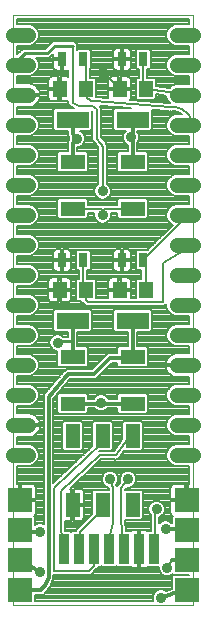
<source format=gtl>
G75*
%MOIN*%
%OFA0B0*%
%FSLAX24Y24*%
%IPPOS*%
%LPD*%
%AMOC8*
5,1,8,0,0,1.08239X$1,22.5*
%
%ADD10C,0.0000*%
%ADD11R,0.0827X0.0500*%
%ADD12C,0.0515*%
%ADD13R,0.0500X0.0800*%
%ADD14R,0.1102X0.0551*%
%ADD15R,0.0472X0.0551*%
%ADD16R,0.0315X0.0472*%
%ADD17R,0.0800X0.0800*%
%ADD18R,0.0354X0.0984*%
%ADD19C,0.0080*%
%ADD20C,0.0356*%
%ADD21C,0.0120*%
%ADD22C,0.0100*%
D10*
X000505Y005297D02*
X000505Y024982D01*
X006525Y024982D01*
X006525Y005297D01*
X000505Y005297D01*
D11*
X002505Y012018D03*
X002505Y013577D03*
X002505Y018518D03*
X002505Y020077D03*
X004505Y020077D03*
X004505Y018518D03*
X004505Y013577D03*
X004505Y012018D03*
D12*
X005990Y012297D02*
X006505Y012297D01*
X006505Y011297D02*
X005990Y011297D01*
X005990Y010297D02*
X006505Y010297D01*
X006505Y013297D02*
X005990Y013297D01*
X005990Y014297D02*
X006505Y014297D01*
X006505Y015297D02*
X005990Y015297D01*
X005990Y016297D02*
X006505Y016297D01*
X006505Y017297D02*
X005990Y017297D01*
X005990Y018297D02*
X006505Y018297D01*
X006505Y019297D02*
X005990Y019297D01*
X005990Y020297D02*
X006505Y020297D01*
X006505Y021297D02*
X005990Y021297D01*
X005990Y022297D02*
X006505Y022297D01*
X006505Y023297D02*
X005990Y023297D01*
X005990Y024297D02*
X006505Y024297D01*
X001020Y024297D02*
X000505Y024297D01*
X000505Y023297D02*
X001020Y023297D01*
X001020Y022297D02*
X000505Y022297D01*
X000505Y021297D02*
X001020Y021297D01*
X001020Y020297D02*
X000505Y020297D01*
X000505Y019297D02*
X001020Y019297D01*
X001020Y018297D02*
X000505Y018297D01*
X000505Y017297D02*
X001020Y017297D01*
X001020Y016297D02*
X000505Y016297D01*
X000505Y015297D02*
X001020Y015297D01*
X001020Y014297D02*
X000505Y014297D01*
X000505Y013297D02*
X001020Y013297D01*
X001020Y012297D02*
X000505Y012297D01*
X000505Y011297D02*
X001020Y011297D01*
X001020Y010297D02*
X000505Y010297D01*
D13*
X002505Y010947D03*
X002505Y008647D03*
X003505Y008647D03*
X003505Y010947D03*
X004505Y010947D03*
X004505Y008647D03*
D14*
X004505Y014785D03*
X004505Y021485D03*
X002505Y021485D03*
X002505Y014785D03*
D15*
X002072Y015809D03*
X002938Y015809D03*
X004072Y015809D03*
X004938Y015809D03*
X004938Y022509D03*
X004072Y022509D03*
X002938Y022509D03*
X002072Y022509D03*
D16*
X002151Y023497D03*
X002859Y023497D03*
X004151Y023497D03*
X004859Y023497D03*
X004859Y016797D03*
X004151Y016797D03*
X002859Y016797D03*
X002151Y016797D03*
D17*
X000755Y008797D03*
X000755Y007797D03*
X000755Y006797D03*
X000755Y005797D03*
X006305Y005797D03*
X006305Y006797D03*
X006305Y007797D03*
X006305Y008797D03*
D18*
X005215Y007172D03*
X004715Y007172D03*
X004215Y007172D03*
X003715Y007172D03*
X003215Y007172D03*
X002715Y007172D03*
X002215Y007172D03*
D19*
X002205Y007182D01*
X002205Y007497D01*
X002105Y007747D01*
X002105Y009097D01*
X003405Y010297D01*
X003955Y010297D01*
X004405Y010947D01*
X004505Y010947D01*
X004855Y010506D02*
X004796Y010447D01*
X004229Y010447D01*
X004095Y010253D01*
X004095Y010239D01*
X004063Y010207D01*
X004037Y010170D01*
X004023Y010167D01*
X004013Y010157D01*
X003968Y010157D01*
X003923Y010149D01*
X003911Y010157D01*
X003460Y010157D01*
X002409Y009187D01*
X002465Y009187D01*
X002465Y008687D01*
X002545Y008687D01*
X002895Y008687D01*
X002895Y009065D01*
X003155Y009065D01*
X003155Y009088D02*
X003155Y008345D01*
X002615Y007805D01*
X002615Y007764D01*
X002497Y007764D01*
X002465Y007733D01*
X002434Y007764D01*
X002249Y007764D01*
X002245Y007774D01*
X002245Y008107D01*
X002465Y008107D01*
X002465Y008607D01*
X002545Y008607D01*
X002545Y008107D01*
X002773Y008107D01*
X002809Y008117D01*
X002841Y008135D01*
X002867Y008161D01*
X002885Y008193D01*
X002895Y008229D01*
X002895Y008607D01*
X002545Y008607D01*
X002545Y008687D01*
X002545Y009187D01*
X002773Y009187D01*
X002809Y009178D01*
X002841Y009159D01*
X002867Y009133D01*
X002885Y009101D01*
X002895Y009065D01*
X002895Y008987D02*
X003155Y008987D01*
X003155Y008908D02*
X002895Y008908D01*
X002895Y008830D02*
X003155Y008830D01*
X003155Y008751D02*
X002895Y008751D01*
X002895Y008594D02*
X003155Y008594D01*
X003155Y008516D02*
X002895Y008516D01*
X002895Y008437D02*
X003155Y008437D01*
X003155Y008359D02*
X002895Y008359D01*
X002895Y008280D02*
X003090Y008280D01*
X003012Y008202D02*
X002888Y008202D01*
X002933Y008123D02*
X002820Y008123D01*
X002855Y008045D02*
X002245Y008045D01*
X002245Y007966D02*
X002776Y007966D01*
X002698Y007888D02*
X002245Y007888D01*
X002245Y007809D02*
X002619Y007809D01*
X002545Y008123D02*
X002465Y008123D01*
X002465Y008202D02*
X002545Y008202D01*
X002545Y008280D02*
X002465Y008280D01*
X002465Y008359D02*
X002545Y008359D01*
X002545Y008437D02*
X002465Y008437D01*
X002465Y008516D02*
X002545Y008516D01*
X002545Y008594D02*
X002465Y008594D01*
X002545Y008673D02*
X003155Y008673D01*
X003155Y009088D02*
X003214Y009147D01*
X003715Y009147D01*
X003715Y009174D01*
X003700Y009219D01*
X003700Y009219D01*
X003597Y009261D01*
X003519Y009340D01*
X003477Y009442D01*
X003477Y009552D01*
X003519Y009655D01*
X003597Y009733D01*
X003700Y009775D01*
X003810Y009775D01*
X003913Y009733D01*
X003991Y009655D01*
X004033Y009552D01*
X004033Y009442D01*
X003991Y009340D01*
X003964Y009313D01*
X003977Y009273D01*
X003980Y009270D01*
X004002Y009292D01*
X004093Y009402D01*
X004077Y009442D01*
X004077Y009552D01*
X004119Y009655D01*
X004197Y009733D01*
X004300Y009775D01*
X004410Y009775D01*
X004513Y009733D01*
X004591Y009655D01*
X004633Y009552D01*
X004633Y009442D01*
X004591Y009340D01*
X004513Y009261D01*
X004410Y009219D01*
X004305Y009219D01*
X004246Y009147D01*
X004796Y009147D01*
X004855Y009088D01*
X004855Y008206D01*
X004796Y008147D01*
X004246Y008147D01*
X004285Y007764D01*
X004434Y007764D01*
X004437Y007761D01*
X004452Y007776D01*
X004484Y007795D01*
X004520Y007804D01*
X004675Y007804D01*
X004675Y007212D01*
X004755Y007212D01*
X004755Y007804D01*
X004911Y007804D01*
X004946Y007795D01*
X004978Y007776D01*
X004994Y007761D01*
X004997Y007764D01*
X005115Y007764D01*
X005115Y008294D01*
X005069Y008340D01*
X005027Y008442D01*
X005027Y008552D01*
X005069Y008655D01*
X005147Y008733D01*
X005250Y008775D01*
X005360Y008775D01*
X005463Y008733D01*
X005541Y008655D01*
X005583Y008552D01*
X005583Y008442D01*
X005541Y008340D01*
X005463Y008261D01*
X005395Y008233D01*
X005395Y008030D01*
X005447Y008083D01*
X005550Y008125D01*
X005660Y008125D01*
X005763Y008083D01*
X005805Y008040D01*
X005805Y008238D01*
X005840Y008273D01*
X005819Y008285D01*
X005793Y008311D01*
X005775Y008343D01*
X005765Y008379D01*
X005765Y008757D01*
X006265Y008757D01*
X006265Y008837D01*
X005765Y008837D01*
X005765Y009215D01*
X005775Y009251D01*
X005793Y009283D01*
X005819Y009309D01*
X005851Y009328D01*
X005887Y009337D01*
X006265Y009337D01*
X006265Y008837D01*
X006345Y008837D01*
X006345Y009337D01*
X006385Y009337D01*
X006385Y009940D01*
X005919Y009940D01*
X005788Y009994D01*
X005687Y010095D01*
X005633Y010226D01*
X005633Y010368D01*
X005687Y010500D01*
X005788Y010600D01*
X005919Y010655D01*
X006385Y010655D01*
X006385Y010940D01*
X005919Y010940D01*
X005788Y010994D01*
X005687Y011095D01*
X005633Y011226D01*
X005633Y011368D01*
X005687Y011500D01*
X005788Y011600D01*
X005919Y011655D01*
X006385Y011655D01*
X006385Y011940D01*
X005919Y011940D01*
X005788Y011994D01*
X005687Y012095D01*
X005633Y012226D01*
X005633Y012368D01*
X005687Y012500D01*
X005788Y012600D01*
X005919Y012655D01*
X006385Y012655D01*
X006385Y012900D01*
X005951Y012900D01*
X005874Y012915D01*
X005802Y012945D01*
X005737Y012988D01*
X005681Y013044D01*
X005638Y013109D01*
X005608Y013181D01*
X005593Y013258D01*
X005593Y013258D01*
X006385Y013258D01*
X006385Y013336D01*
X005593Y013336D01*
X005593Y013336D01*
X005608Y013413D01*
X005638Y013485D01*
X005681Y013550D01*
X005737Y013606D01*
X005802Y013649D01*
X005874Y013679D01*
X005951Y013695D01*
X006385Y013695D01*
X006385Y013940D01*
X005919Y013940D01*
X005788Y013994D01*
X005687Y014095D01*
X005633Y014226D01*
X005633Y014368D01*
X005687Y014500D01*
X005788Y014600D01*
X005919Y014655D01*
X006385Y014655D01*
X006385Y014940D01*
X005919Y014940D01*
X005788Y014994D01*
X005687Y015095D01*
X005633Y015226D01*
X005633Y015327D01*
X005563Y015257D01*
X002947Y015257D01*
X002880Y015324D01*
X002798Y015406D01*
X002798Y015433D01*
X002660Y015433D01*
X002602Y015492D01*
X002602Y016126D01*
X002660Y016184D01*
X002719Y016184D01*
X002719Y016461D01*
X002660Y016461D01*
X002602Y016519D01*
X002602Y017075D01*
X002660Y017133D01*
X003058Y017133D01*
X003117Y017075D01*
X003117Y016519D01*
X003058Y016461D01*
X002999Y016461D01*
X002999Y016184D01*
X003216Y016184D01*
X003274Y016126D01*
X003274Y015537D01*
X003696Y015537D01*
X003696Y015769D01*
X004032Y015769D01*
X004032Y015849D01*
X004032Y016224D01*
X003817Y016224D01*
X003782Y016215D01*
X003750Y016196D01*
X003724Y016170D01*
X003705Y016138D01*
X003696Y016103D01*
X003696Y015849D01*
X004032Y015849D01*
X004112Y015849D01*
X004112Y016224D01*
X004327Y016224D01*
X004362Y016215D01*
X004394Y016196D01*
X004420Y016170D01*
X004439Y016138D01*
X004448Y016103D01*
X004448Y015849D01*
X004112Y015849D01*
X004112Y015769D01*
X004448Y015769D01*
X004448Y015537D01*
X004602Y015537D01*
X004602Y016126D01*
X004660Y016184D01*
X004798Y016184D01*
X004798Y016461D01*
X004660Y016461D01*
X004602Y016519D01*
X004602Y017075D01*
X004660Y017133D01*
X004998Y017133D01*
X005838Y017973D01*
X005788Y017994D01*
X005687Y018095D01*
X005633Y018226D01*
X005633Y018368D01*
X005687Y018500D01*
X005788Y018600D01*
X005919Y018655D01*
X006385Y018655D01*
X006385Y018940D01*
X005919Y018940D01*
X005788Y018994D01*
X005687Y019095D01*
X005633Y019226D01*
X005633Y019368D01*
X005687Y019500D01*
X005788Y019600D01*
X005919Y019655D01*
X006385Y019655D01*
X006385Y019940D01*
X005919Y019940D01*
X005788Y019994D01*
X005687Y020095D01*
X005633Y020226D01*
X005633Y020368D01*
X005687Y020500D01*
X005788Y020600D01*
X005919Y020655D01*
X006385Y020655D01*
X006385Y020940D01*
X005919Y020940D01*
X005788Y020994D01*
X005687Y021095D01*
X005633Y021226D01*
X005633Y021368D01*
X005687Y021500D01*
X005788Y021600D01*
X005919Y021655D01*
X006136Y021655D01*
X006078Y021701D01*
X005876Y021759D01*
X005808Y021758D01*
X005802Y021753D01*
X005757Y021756D01*
X005713Y021751D01*
X005701Y021761D01*
X005154Y021805D01*
X005156Y021802D01*
X005156Y021168D01*
X005098Y021110D01*
X004665Y021110D01*
X004665Y021080D01*
X004691Y021055D01*
X004733Y020952D01*
X004733Y020842D01*
X004691Y020740D01*
X004665Y020714D01*
X004665Y020427D01*
X004960Y020427D01*
X005018Y020368D01*
X005018Y019785D01*
X004960Y019727D01*
X004050Y019727D01*
X003992Y019785D01*
X003992Y020368D01*
X004050Y020427D01*
X004345Y020427D01*
X004345Y020642D01*
X004297Y020661D01*
X004219Y020740D01*
X004177Y020842D01*
X004177Y020952D01*
X004219Y021055D01*
X004274Y021110D01*
X003912Y021110D01*
X003854Y021168D01*
X003854Y021802D01*
X003912Y021861D01*
X004452Y021861D01*
X003412Y021944D01*
X003431Y021931D01*
X003434Y021916D01*
X003445Y021905D01*
X003445Y021861D01*
X003454Y021818D01*
X003445Y021805D01*
X003445Y020905D01*
X003490Y020860D01*
X003492Y020858D01*
X003572Y020778D01*
X003572Y020778D01*
X003586Y020764D01*
X003586Y020764D01*
X003645Y020621D01*
X003645Y019340D01*
X003663Y019333D01*
X003741Y019255D01*
X003783Y019152D01*
X003783Y019042D01*
X003741Y018940D01*
X003663Y018861D01*
X003560Y018819D01*
X003450Y018819D01*
X003347Y018861D01*
X003269Y018940D01*
X003227Y019042D01*
X003227Y019152D01*
X003269Y019255D01*
X003347Y019333D01*
X003365Y019340D01*
X003365Y020543D01*
X003363Y020565D01*
X003346Y020605D01*
X003333Y020621D01*
X003295Y020660D01*
X003292Y020662D01*
X003165Y020789D01*
X003165Y021772D01*
X003156Y021778D01*
X003156Y021168D01*
X003098Y021110D01*
X002748Y021110D01*
X002813Y021083D01*
X002891Y021005D01*
X002933Y020902D01*
X002933Y020792D01*
X002891Y020690D01*
X002813Y020611D01*
X002710Y020569D01*
X002665Y020569D01*
X002665Y020427D01*
X002960Y020427D01*
X003018Y020368D01*
X003018Y019785D01*
X002960Y019727D01*
X002050Y019727D01*
X001992Y019785D01*
X001992Y020368D01*
X002050Y020427D01*
X002345Y020427D01*
X002345Y020763D01*
X002377Y020795D01*
X002377Y020899D01*
X002345Y020931D01*
X002345Y021110D01*
X001912Y021110D01*
X001854Y021168D01*
X001854Y021802D01*
X001912Y021861D01*
X002564Y021861D01*
X002472Y021907D01*
X002447Y021907D01*
X002422Y021932D01*
X002391Y021948D01*
X002383Y021971D01*
X002365Y021989D01*
X002365Y022024D01*
X002354Y022058D01*
X002365Y022080D01*
X002365Y022104D01*
X002362Y022103D01*
X002327Y022093D01*
X002112Y022093D01*
X002112Y022469D01*
X002032Y022469D01*
X001696Y022469D01*
X001696Y022215D01*
X001705Y022179D01*
X001724Y022147D01*
X001750Y022121D01*
X001782Y022103D01*
X001817Y022093D01*
X002032Y022093D01*
X002032Y022469D01*
X002032Y022549D01*
X002032Y022924D01*
X001817Y022924D01*
X001782Y022915D01*
X001750Y022896D01*
X001724Y022870D01*
X001705Y022838D01*
X001696Y022803D01*
X001696Y022549D01*
X002032Y022549D01*
X002112Y022549D01*
X002112Y022924D01*
X002327Y022924D01*
X002362Y022915D01*
X002365Y022913D01*
X002365Y023132D01*
X002362Y023130D01*
X002327Y023121D01*
X002189Y023121D01*
X002189Y023458D01*
X002112Y023458D01*
X002112Y023121D01*
X001975Y023121D01*
X001939Y023130D01*
X001907Y023149D01*
X001881Y023175D01*
X001863Y023207D01*
X001853Y023242D01*
X001853Y023458D01*
X002112Y023458D01*
X002112Y023536D01*
X001853Y023536D01*
X001853Y023683D01*
X001717Y023547D01*
X001276Y023547D01*
X001323Y023500D01*
X001377Y023368D01*
X001377Y023226D01*
X001323Y023095D01*
X001222Y022994D01*
X001091Y022940D01*
X000645Y022940D01*
X000645Y022695D01*
X001059Y022695D01*
X001136Y022679D01*
X001208Y022649D01*
X001273Y022606D01*
X001329Y022550D01*
X001372Y022485D01*
X001402Y022413D01*
X001417Y022336D01*
X001417Y022336D01*
X000645Y022336D01*
X000645Y022258D01*
X001417Y022258D01*
X001417Y022258D01*
X001402Y022181D01*
X001372Y022109D01*
X001329Y022044D01*
X001273Y021988D01*
X001208Y021945D01*
X001136Y021915D01*
X001059Y021900D01*
X000645Y021900D01*
X000645Y021655D01*
X001091Y021655D01*
X001222Y021600D01*
X001323Y021500D01*
X001377Y021368D01*
X001377Y021226D01*
X001323Y021095D01*
X001222Y020994D01*
X001091Y020940D01*
X000645Y020940D01*
X000645Y020655D01*
X001091Y020655D01*
X001222Y020600D01*
X001323Y020500D01*
X001377Y020368D01*
X001377Y020226D01*
X001323Y020095D01*
X001222Y019994D01*
X001091Y019940D01*
X000645Y019940D01*
X000645Y019655D01*
X001091Y019655D01*
X001222Y019600D01*
X001323Y019500D01*
X001377Y019368D01*
X001377Y019226D01*
X001323Y019095D01*
X001222Y018994D01*
X001091Y018940D01*
X000645Y018940D01*
X000645Y018655D01*
X001091Y018655D01*
X001222Y018600D01*
X001323Y018500D01*
X001377Y018368D01*
X001377Y018226D01*
X001323Y018095D01*
X001222Y017994D01*
X001091Y017940D01*
X000645Y017940D01*
X000645Y017655D01*
X001091Y017655D01*
X001222Y017600D01*
X001323Y017500D01*
X001377Y017368D01*
X001377Y017226D01*
X001323Y017095D01*
X001222Y016994D01*
X001091Y016940D01*
X000645Y016940D01*
X000645Y016655D01*
X001091Y016655D01*
X001222Y016600D01*
X001323Y016500D01*
X001377Y016368D01*
X001377Y016226D01*
X001323Y016095D01*
X001222Y015994D01*
X001091Y015940D01*
X000645Y015940D01*
X000645Y015655D01*
X001091Y015655D01*
X001222Y015600D01*
X001323Y015500D01*
X001377Y015368D01*
X001377Y015226D01*
X001323Y015095D01*
X001222Y014994D01*
X001091Y014940D01*
X000645Y014940D01*
X000645Y014655D01*
X001091Y014655D01*
X001222Y014600D01*
X001323Y014500D01*
X001377Y014368D01*
X001377Y014226D01*
X001323Y014095D01*
X001222Y013994D01*
X001091Y013940D01*
X000645Y013940D01*
X000645Y013655D01*
X001091Y013655D01*
X001222Y013600D01*
X001323Y013500D01*
X001377Y013368D01*
X001377Y013226D01*
X001323Y013095D01*
X001222Y012994D01*
X001091Y012940D01*
X000645Y012940D01*
X000645Y012655D01*
X001091Y012655D01*
X001222Y012600D01*
X001323Y012500D01*
X001377Y012368D01*
X001377Y012226D01*
X001323Y012095D01*
X001222Y011994D01*
X001091Y011940D01*
X000645Y011940D01*
X000645Y011695D01*
X001059Y011695D01*
X001136Y011679D01*
X001208Y011649D01*
X001273Y011606D01*
X001329Y011550D01*
X001372Y011485D01*
X001402Y011413D01*
X001417Y011336D01*
X001417Y011336D01*
X000645Y011336D01*
X000645Y011258D01*
X001417Y011258D01*
X001417Y011258D01*
X001402Y011181D01*
X001372Y011109D01*
X001329Y011044D01*
X001273Y010988D01*
X001208Y010945D01*
X001136Y010915D01*
X001059Y010900D01*
X000645Y010900D01*
X000645Y010655D01*
X001091Y010655D01*
X001222Y010600D01*
X001323Y010500D01*
X001377Y010368D01*
X001377Y010226D01*
X001323Y010095D01*
X001222Y009994D01*
X001091Y009940D01*
X000645Y009940D01*
X000645Y009337D01*
X000715Y009337D01*
X000715Y008837D01*
X000795Y008837D01*
X001295Y008837D01*
X001295Y009215D01*
X001285Y009251D01*
X001267Y009283D01*
X001241Y009309D01*
X001209Y009328D01*
X001173Y009337D01*
X000795Y009337D01*
X000795Y008837D01*
X000795Y008757D01*
X001295Y008757D01*
X001295Y008379D01*
X001285Y008343D01*
X001267Y008311D01*
X001241Y008285D01*
X001220Y008273D01*
X001255Y008238D01*
X001255Y007986D01*
X001350Y008025D01*
X001460Y008025D01*
X001545Y007990D01*
X001545Y012241D01*
X001541Y012302D01*
X001545Y012307D01*
X001545Y012313D01*
X001588Y012356D01*
X002195Y013057D01*
X002195Y013063D01*
X002238Y013106D01*
X002277Y013152D01*
X002284Y013152D01*
X002289Y013157D01*
X002349Y013157D01*
X002410Y013161D01*
X002415Y013157D01*
X003139Y013157D01*
X003595Y013613D01*
X003689Y013707D01*
X003992Y013707D01*
X003992Y013868D01*
X004050Y013927D01*
X004345Y013927D01*
X004345Y014410D01*
X003912Y014410D01*
X003854Y014468D01*
X003854Y015102D01*
X003912Y015161D01*
X005098Y015161D01*
X005156Y015102D01*
X005156Y014468D01*
X005098Y014410D01*
X004665Y014410D01*
X004665Y013927D01*
X004960Y013927D01*
X005018Y013868D01*
X005018Y013285D01*
X004960Y013227D01*
X004050Y013227D01*
X003992Y013285D01*
X003992Y013387D01*
X003821Y013387D01*
X003271Y012837D01*
X002428Y012837D01*
X001865Y012187D01*
X001865Y009380D01*
X003155Y010590D01*
X003155Y011388D01*
X003214Y011447D01*
X003796Y011447D01*
X003855Y011388D01*
X003855Y010506D01*
X003796Y010447D01*
X003412Y010447D01*
X003401Y010437D01*
X003408Y010437D01*
X003882Y010437D01*
X004155Y010832D01*
X004155Y011388D01*
X004214Y011447D01*
X004796Y011447D01*
X004855Y011388D01*
X004855Y010506D01*
X004827Y010478D02*
X005678Y010478D01*
X005646Y010400D02*
X004196Y010400D01*
X004142Y010321D02*
X005633Y010321D01*
X005633Y010243D02*
X004095Y010243D01*
X004020Y010164D02*
X005658Y010164D01*
X005696Y010086D02*
X003382Y010086D01*
X003297Y010007D02*
X005774Y010007D01*
X005744Y010557D02*
X004855Y010557D01*
X004855Y010635D02*
X005872Y010635D01*
X005896Y010949D02*
X004855Y010949D01*
X004855Y010871D02*
X006385Y010871D01*
X006385Y010792D02*
X004855Y010792D01*
X004855Y010714D02*
X006385Y010714D01*
X006385Y009929D02*
X003212Y009929D01*
X003127Y009850D02*
X006385Y009850D01*
X006385Y009772D02*
X004419Y009772D01*
X004552Y009693D02*
X006385Y009693D01*
X006385Y009615D02*
X004607Y009615D01*
X004633Y009536D02*
X006385Y009536D01*
X006385Y009458D02*
X004633Y009458D01*
X004607Y009379D02*
X006385Y009379D01*
X006345Y009301D02*
X006265Y009301D01*
X006265Y009222D02*
X006345Y009222D01*
X006345Y009144D02*
X006265Y009144D01*
X006265Y009065D02*
X006345Y009065D01*
X006345Y008987D02*
X006265Y008987D01*
X006265Y008908D02*
X006345Y008908D01*
X006265Y008830D02*
X004855Y008830D01*
X004855Y008908D02*
X005765Y008908D01*
X005765Y008987D02*
X004855Y008987D01*
X004855Y009065D02*
X005765Y009065D01*
X005765Y009144D02*
X004800Y009144D01*
X004855Y008751D02*
X005192Y008751D01*
X005255Y008447D02*
X005255Y006947D01*
X005245Y006948D01*
X005235Y006952D01*
X005227Y006959D01*
X005220Y006967D01*
X005216Y006977D01*
X005215Y006987D01*
X005215Y007172D01*
X005215Y007533D01*
X005115Y007809D02*
X004281Y007809D01*
X004273Y007888D02*
X005115Y007888D01*
X005115Y007966D02*
X004265Y007966D01*
X004256Y008045D02*
X005115Y008045D01*
X005115Y008123D02*
X004248Y008123D01*
X004105Y008147D02*
X004205Y007182D01*
X004215Y007172D01*
X003965Y006612D02*
X003997Y006580D01*
X004434Y006580D01*
X004437Y006583D01*
X004452Y006568D01*
X004484Y006550D01*
X004520Y006540D01*
X004675Y006540D01*
X004675Y007132D01*
X004755Y007132D01*
X004755Y006540D01*
X004911Y006540D01*
X004946Y006550D01*
X004978Y006568D01*
X004994Y006583D01*
X004997Y006580D01*
X005377Y006580D01*
X005377Y006492D01*
X005419Y006390D01*
X005497Y006311D01*
X005600Y006269D01*
X005710Y006269D01*
X005813Y006311D01*
X005831Y006330D01*
X005864Y006297D01*
X005805Y006238D01*
X005805Y005847D01*
X001692Y005847D01*
X001707Y005867D02*
X001729Y005876D01*
X001746Y005918D01*
X001773Y005954D01*
X001769Y005977D01*
X001841Y006157D01*
X001865Y006181D01*
X001865Y006216D01*
X001878Y006249D01*
X001865Y006280D01*
X001865Y006297D01*
X001896Y006297D01*
X001953Y006297D01*
X001954Y006298D01*
X003056Y006307D01*
X003113Y006307D01*
X003113Y006308D01*
X003114Y006308D01*
X003154Y006348D01*
X003263Y006457D01*
X003345Y006539D01*
X003345Y006580D01*
X003434Y006580D01*
X003465Y006612D01*
X003497Y006580D01*
X003934Y006580D01*
X003965Y006612D01*
X003715Y007172D02*
X003655Y007232D01*
X003855Y008047D01*
X003855Y009197D01*
X003755Y009497D01*
X003691Y009772D02*
X003042Y009772D01*
X002957Y009693D02*
X003558Y009693D01*
X003503Y009615D02*
X002872Y009615D01*
X002787Y009536D02*
X003477Y009536D01*
X003477Y009458D02*
X002702Y009458D01*
X002617Y009379D02*
X003503Y009379D01*
X003558Y009301D02*
X002532Y009301D01*
X002545Y009144D02*
X002465Y009144D01*
X002465Y009065D02*
X002545Y009065D01*
X002545Y008987D02*
X002465Y008987D01*
X002465Y008908D02*
X002545Y008908D01*
X002545Y008830D02*
X002465Y008830D01*
X002465Y008751D02*
X002545Y008751D01*
X002447Y009222D02*
X003692Y009222D01*
X003819Y009772D02*
X004291Y009772D01*
X004355Y009497D02*
X004105Y009197D01*
X004105Y008147D01*
X004009Y009301D02*
X003968Y009301D01*
X004007Y009379D02*
X004074Y009379D01*
X004077Y009458D02*
X004033Y009458D01*
X004033Y009536D02*
X004077Y009536D01*
X004103Y009615D02*
X004007Y009615D01*
X003952Y009693D02*
X004158Y009693D01*
X003964Y010557D02*
X003855Y010557D01*
X003855Y010635D02*
X004019Y010635D01*
X004073Y010714D02*
X003855Y010714D01*
X003855Y010792D02*
X004127Y010792D01*
X004155Y010871D02*
X003855Y010871D01*
X003855Y010949D02*
X004155Y010949D01*
X004155Y011028D02*
X003855Y011028D01*
X003855Y011106D02*
X004155Y011106D01*
X004155Y011185D02*
X003855Y011185D01*
X003855Y011263D02*
X004155Y011263D01*
X004155Y011342D02*
X003855Y011342D01*
X003823Y011420D02*
X004187Y011420D01*
X004050Y011668D02*
X004960Y011668D01*
X005018Y011726D01*
X005018Y012309D01*
X004960Y012368D01*
X004050Y012368D01*
X003992Y012309D01*
X003992Y012178D01*
X003702Y012178D01*
X003691Y012205D01*
X003613Y012283D01*
X003510Y012325D01*
X003400Y012325D01*
X003297Y012283D01*
X003219Y012205D01*
X003208Y012178D01*
X003018Y012178D01*
X003018Y012309D01*
X002960Y012368D01*
X002050Y012368D01*
X001992Y012309D01*
X001992Y011726D01*
X002050Y011668D01*
X002960Y011668D01*
X003018Y011726D01*
X003018Y011858D01*
X003251Y011858D01*
X003297Y011811D01*
X003400Y011769D01*
X003510Y011769D01*
X003613Y011811D01*
X003659Y011858D01*
X003992Y011858D01*
X003992Y011726D01*
X004050Y011668D01*
X003992Y011734D02*
X003018Y011734D01*
X003018Y011813D02*
X003296Y011813D01*
X003220Y012205D02*
X003018Y012205D01*
X003018Y012284D02*
X003299Y012284D01*
X003346Y012912D02*
X005891Y012912D01*
X005785Y012598D02*
X002221Y012598D01*
X002289Y012676D02*
X006385Y012676D01*
X006385Y012755D02*
X002357Y012755D01*
X002425Y012833D02*
X006385Y012833D01*
X006385Y013304D02*
X005018Y013304D01*
X005018Y013383D02*
X005602Y013383D01*
X005628Y013461D02*
X005018Y013461D01*
X005018Y013540D02*
X005674Y013540D01*
X005599Y013226D02*
X003660Y013226D01*
X003738Y013304D02*
X003992Y013304D01*
X003992Y013383D02*
X003817Y013383D01*
X003678Y013697D02*
X003018Y013697D01*
X003018Y013775D02*
X003992Y013775D01*
X003992Y013854D02*
X003018Y013854D01*
X003018Y013868D02*
X002960Y013927D01*
X002665Y013927D01*
X002665Y014410D01*
X003098Y014410D01*
X003156Y014468D01*
X003156Y015102D01*
X003098Y015161D01*
X001912Y015161D01*
X001854Y015102D01*
X001854Y014468D01*
X001912Y014410D01*
X002345Y014410D01*
X002345Y014247D01*
X002198Y014247D01*
X002163Y014283D01*
X002060Y014325D01*
X001950Y014325D01*
X001847Y014283D01*
X001769Y014205D01*
X001727Y014102D01*
X001727Y013992D01*
X001769Y013890D01*
X001847Y013811D01*
X001950Y013769D01*
X001992Y013769D01*
X001992Y013285D01*
X002050Y013227D01*
X002960Y013227D01*
X003018Y013285D01*
X003018Y013868D01*
X003018Y013618D02*
X003600Y013618D01*
X003521Y013540D02*
X003018Y013540D01*
X003018Y013461D02*
X003443Y013461D01*
X003364Y013383D02*
X003018Y013383D01*
X003018Y013304D02*
X003286Y013304D01*
X003207Y013226D02*
X001377Y013226D01*
X001377Y013304D02*
X001992Y013304D01*
X001992Y013383D02*
X001371Y013383D01*
X001339Y013461D02*
X001992Y013461D01*
X001992Y013540D02*
X001283Y013540D01*
X001179Y013618D02*
X001992Y013618D01*
X001992Y013697D02*
X000645Y013697D01*
X000645Y013775D02*
X001935Y013775D01*
X001805Y013854D02*
X000645Y013854D01*
X000645Y013932D02*
X001752Y013932D01*
X001727Y014011D02*
X001239Y014011D01*
X001318Y014089D02*
X001727Y014089D01*
X001754Y014168D02*
X001353Y014168D01*
X001377Y014246D02*
X001811Y014246D01*
X001854Y014482D02*
X001330Y014482D01*
X001363Y014403D02*
X002345Y014403D01*
X002345Y014325D02*
X002062Y014325D01*
X001948Y014325D02*
X001377Y014325D01*
X001262Y014560D02*
X001854Y014560D01*
X001854Y014639D02*
X001130Y014639D01*
X001122Y014953D02*
X001854Y014953D01*
X001854Y015031D02*
X001260Y015031D01*
X001329Y015110D02*
X001861Y015110D01*
X001854Y014874D02*
X000645Y014874D01*
X000645Y014796D02*
X001854Y014796D01*
X001854Y014717D02*
X000645Y014717D01*
X000645Y015659D02*
X001696Y015659D01*
X001696Y015581D02*
X001242Y015581D01*
X001320Y015502D02*
X001699Y015502D01*
X001696Y015515D02*
X001705Y015479D01*
X001724Y015447D01*
X001750Y015421D01*
X001782Y015403D01*
X001817Y015393D01*
X002032Y015393D01*
X002032Y015769D01*
X001696Y015769D01*
X001696Y015515D01*
X001747Y015424D02*
X001354Y015424D01*
X001377Y015345D02*
X002859Y015345D01*
X002798Y015424D02*
X002396Y015424D01*
X002394Y015421D02*
X002420Y015447D01*
X002439Y015479D01*
X002448Y015515D01*
X002448Y015769D01*
X002112Y015769D01*
X002112Y015849D01*
X002032Y015849D01*
X002032Y016224D01*
X001817Y016224D01*
X001782Y016215D01*
X001750Y016196D01*
X001724Y016170D01*
X001705Y016138D01*
X001696Y016103D01*
X001696Y015849D01*
X002032Y015849D01*
X002032Y015769D01*
X002112Y015769D01*
X002112Y015393D01*
X002327Y015393D01*
X002362Y015403D01*
X002394Y015421D01*
X002445Y015502D02*
X002602Y015502D01*
X002602Y015581D02*
X002448Y015581D01*
X002448Y015659D02*
X002602Y015659D01*
X002602Y015738D02*
X002448Y015738D01*
X002448Y015849D02*
X002448Y016103D01*
X002439Y016138D01*
X002420Y016170D01*
X002394Y016196D01*
X002362Y016215D01*
X002327Y016224D01*
X002112Y016224D01*
X002112Y015849D01*
X002448Y015849D01*
X002448Y015895D02*
X002602Y015895D01*
X002602Y015973D02*
X002448Y015973D01*
X002448Y016052D02*
X002602Y016052D01*
X002606Y016130D02*
X002441Y016130D01*
X002373Y016209D02*
X002719Y016209D01*
X002719Y016287D02*
X001377Y016287D01*
X001377Y016366D02*
X002719Y016366D01*
X002719Y016444D02*
X002386Y016444D01*
X002394Y016449D02*
X002420Y016475D01*
X002439Y016507D01*
X002448Y016542D01*
X002448Y016758D01*
X002602Y016758D01*
X002602Y016680D02*
X002448Y016680D01*
X002448Y016758D02*
X002189Y016758D01*
X002112Y016758D01*
X002189Y016758D01*
X002189Y016421D01*
X002327Y016421D01*
X002362Y016430D01*
X002394Y016449D01*
X002443Y016523D02*
X002602Y016523D01*
X002602Y016601D02*
X002448Y016601D01*
X002448Y016836D02*
X002448Y017052D01*
X002439Y017087D01*
X002420Y017119D01*
X002394Y017145D01*
X002362Y017164D01*
X002327Y017173D01*
X002189Y017173D01*
X002189Y016836D01*
X002112Y016836D01*
X002112Y017173D01*
X001975Y017173D01*
X001939Y017164D01*
X001907Y017145D01*
X001881Y017119D01*
X001863Y017087D01*
X001853Y017052D01*
X001853Y016836D01*
X002112Y016836D01*
X002112Y016758D01*
X002112Y016421D01*
X001975Y016421D01*
X001939Y016430D01*
X001907Y016449D01*
X001881Y016475D01*
X001863Y016507D01*
X001853Y016542D01*
X001853Y016758D01*
X000645Y016758D01*
X000645Y016680D02*
X001853Y016680D01*
X001853Y016758D02*
X002112Y016758D01*
X002189Y016758D02*
X002189Y016836D01*
X002448Y016836D01*
X002448Y016837D02*
X002602Y016837D01*
X002602Y016915D02*
X002448Y016915D01*
X002448Y016994D02*
X002602Y016994D01*
X002602Y017072D02*
X002443Y017072D01*
X002385Y017151D02*
X003916Y017151D01*
X003907Y017145D02*
X003881Y017119D01*
X003863Y017087D01*
X003853Y017052D01*
X003853Y016836D01*
X004112Y016836D01*
X004112Y017173D01*
X003975Y017173D01*
X003939Y017164D01*
X003907Y017145D01*
X003859Y017072D02*
X003117Y017072D01*
X003117Y016994D02*
X003853Y016994D01*
X003853Y016915D02*
X003117Y016915D01*
X003117Y016837D02*
X003853Y016837D01*
X003853Y016758D02*
X003853Y016542D01*
X003863Y016507D01*
X003881Y016475D01*
X003907Y016449D01*
X003939Y016430D01*
X003975Y016421D01*
X004112Y016421D01*
X004112Y016758D01*
X004189Y016758D01*
X004189Y016421D01*
X004327Y016421D01*
X004362Y016430D01*
X004394Y016449D01*
X004420Y016475D01*
X004439Y016507D01*
X004448Y016542D01*
X004448Y016758D01*
X004602Y016758D01*
X004602Y016680D02*
X004448Y016680D01*
X004448Y016758D02*
X004189Y016758D01*
X004112Y016758D01*
X003853Y016758D01*
X003117Y016758D01*
X003117Y016680D02*
X003853Y016680D01*
X003853Y016601D02*
X003117Y016601D01*
X003117Y016523D02*
X003858Y016523D01*
X003915Y016444D02*
X002999Y016444D01*
X002999Y016366D02*
X004798Y016366D01*
X004798Y016444D02*
X004386Y016444D01*
X004443Y016523D02*
X004602Y016523D01*
X004602Y016601D02*
X004448Y016601D01*
X004448Y016836D02*
X004448Y017052D01*
X004439Y017087D01*
X004420Y017119D01*
X004394Y017145D01*
X004362Y017164D01*
X004327Y017173D01*
X004189Y017173D01*
X004189Y016836D01*
X004112Y016836D01*
X004112Y016758D01*
X004189Y016758D02*
X004189Y016836D01*
X004448Y016836D01*
X004448Y016837D02*
X004602Y016837D01*
X004602Y016915D02*
X004448Y016915D01*
X004448Y016994D02*
X004602Y016994D01*
X004602Y017072D02*
X004443Y017072D01*
X004385Y017151D02*
X005015Y017151D01*
X005093Y017229D02*
X001377Y017229D01*
X001377Y017308D02*
X005172Y017308D01*
X005250Y017386D02*
X001370Y017386D01*
X001337Y017465D02*
X005329Y017465D01*
X005407Y017543D02*
X001279Y017543D01*
X001243Y018014D02*
X005767Y018014D01*
X005800Y017936D02*
X000645Y017936D01*
X000645Y017857D02*
X005721Y017857D01*
X005643Y017779D02*
X000645Y017779D01*
X000645Y017700D02*
X005564Y017700D01*
X005486Y017622D02*
X001171Y017622D01*
X001321Y018093D02*
X003316Y018093D01*
X003347Y018061D02*
X003450Y018019D01*
X003560Y018019D01*
X003663Y018061D01*
X003741Y018140D01*
X003783Y018242D01*
X003783Y018352D01*
X003781Y018357D01*
X003992Y018357D01*
X003992Y018226D01*
X004050Y018168D01*
X004960Y018168D01*
X005018Y018226D01*
X005018Y018809D01*
X004960Y018868D01*
X004050Y018868D01*
X003992Y018809D01*
X003992Y018637D01*
X003018Y018637D01*
X003018Y018809D01*
X002960Y018868D01*
X002050Y018868D01*
X001992Y018809D01*
X001992Y018226D01*
X002050Y018168D01*
X002960Y018168D01*
X003018Y018226D01*
X003018Y018357D01*
X003229Y018357D01*
X003227Y018352D01*
X003227Y018242D01*
X003269Y018140D01*
X003347Y018061D01*
X003256Y018171D02*
X002963Y018171D01*
X003018Y018250D02*
X003227Y018250D01*
X003227Y018328D02*
X003018Y018328D01*
X003018Y018642D02*
X003992Y018642D01*
X003992Y018721D02*
X003018Y018721D01*
X003018Y018799D02*
X003992Y018799D01*
X003992Y018328D02*
X003783Y018328D01*
X003783Y018250D02*
X003992Y018250D01*
X004047Y018171D02*
X003754Y018171D01*
X003694Y018093D02*
X005689Y018093D01*
X005655Y018171D02*
X004963Y018171D01*
X005018Y018250D02*
X005633Y018250D01*
X005633Y018328D02*
X005018Y018328D01*
X005018Y018407D02*
X005648Y018407D01*
X005681Y018485D02*
X005018Y018485D01*
X005018Y018564D02*
X005751Y018564D01*
X005879Y018956D02*
X003748Y018956D01*
X003780Y019035D02*
X005747Y019035D01*
X005679Y019113D02*
X003783Y019113D01*
X003767Y019192D02*
X005647Y019192D01*
X005633Y019270D02*
X003725Y019270D01*
X003679Y018878D02*
X006385Y018878D01*
X006385Y018799D02*
X005018Y018799D01*
X005018Y018721D02*
X006385Y018721D01*
X006359Y018297D02*
X006505Y018297D01*
X006359Y018297D02*
X004859Y016797D01*
X004938Y016718D01*
X004938Y015809D01*
X004798Y016209D02*
X004373Y016209D01*
X004441Y016130D02*
X004606Y016130D01*
X004602Y016052D02*
X004448Y016052D01*
X004448Y015973D02*
X004602Y015973D01*
X004602Y015895D02*
X004448Y015895D01*
X004448Y015738D02*
X004602Y015738D01*
X004602Y015816D02*
X004112Y015816D01*
X004112Y015895D02*
X004032Y015895D01*
X004032Y015973D02*
X004112Y015973D01*
X004112Y016052D02*
X004032Y016052D01*
X004032Y016130D02*
X004112Y016130D01*
X004112Y016209D02*
X004032Y016209D01*
X004112Y016444D02*
X004189Y016444D01*
X004189Y016523D02*
X004112Y016523D01*
X004112Y016601D02*
X004189Y016601D01*
X004189Y016680D02*
X004112Y016680D01*
X004112Y016837D02*
X004189Y016837D01*
X004189Y016915D02*
X004112Y016915D01*
X004112Y016994D02*
X004189Y016994D01*
X004189Y017072D02*
X004112Y017072D01*
X004112Y017151D02*
X004189Y017151D01*
X004032Y015816D02*
X003274Y015816D01*
X003274Y015738D02*
X003696Y015738D01*
X003696Y015659D02*
X003274Y015659D01*
X003274Y015581D02*
X003696Y015581D01*
X003696Y015895D02*
X003274Y015895D01*
X003274Y015973D02*
X003696Y015973D01*
X003696Y016052D02*
X003274Y016052D01*
X003270Y016130D02*
X003703Y016130D01*
X003771Y016209D02*
X002999Y016209D01*
X002999Y016287D02*
X004798Y016287D01*
X004602Y015659D02*
X004448Y015659D01*
X004448Y015581D02*
X004602Y015581D01*
X004665Y014403D02*
X005647Y014403D01*
X005633Y014325D02*
X004665Y014325D01*
X004665Y014246D02*
X005633Y014246D01*
X005657Y014168D02*
X004665Y014168D01*
X004665Y014089D02*
X005692Y014089D01*
X005771Y014011D02*
X004665Y014011D01*
X004665Y013932D02*
X006385Y013932D01*
X006385Y013854D02*
X005018Y013854D01*
X005018Y013775D02*
X006385Y013775D01*
X006385Y013697D02*
X005018Y013697D01*
X005018Y013618D02*
X005755Y013618D01*
X005622Y013147D02*
X003581Y013147D01*
X003503Y013069D02*
X005665Y013069D01*
X005735Y012990D02*
X003424Y012990D01*
X003611Y012284D02*
X003992Y012284D01*
X003992Y012205D02*
X003690Y012205D01*
X003614Y011813D02*
X003992Y011813D01*
X004045Y012362D02*
X002965Y012362D01*
X002796Y011447D02*
X002214Y011447D01*
X002155Y011388D01*
X002155Y010506D01*
X002214Y010447D01*
X002796Y010447D01*
X002855Y010506D01*
X002855Y011388D01*
X002796Y011447D01*
X002823Y011420D02*
X003187Y011420D01*
X003155Y011342D02*
X002855Y011342D01*
X002855Y011263D02*
X003155Y011263D01*
X003155Y011185D02*
X002855Y011185D01*
X002855Y011106D02*
X003155Y011106D01*
X003155Y011028D02*
X002855Y011028D01*
X002855Y010949D02*
X003155Y010949D01*
X003155Y010871D02*
X002855Y010871D01*
X002855Y010792D02*
X003155Y010792D01*
X003155Y010714D02*
X002855Y010714D01*
X002855Y010635D02*
X003155Y010635D01*
X003119Y010557D02*
X002855Y010557D01*
X002827Y010478D02*
X003036Y010478D01*
X002952Y010400D02*
X001865Y010400D01*
X001865Y010478D02*
X002183Y010478D01*
X002155Y010557D02*
X001865Y010557D01*
X001865Y010635D02*
X002155Y010635D01*
X002155Y010714D02*
X001865Y010714D01*
X001865Y010792D02*
X002155Y010792D01*
X002155Y010871D02*
X001865Y010871D01*
X001865Y010949D02*
X002155Y010949D01*
X002155Y011028D02*
X001865Y011028D01*
X001865Y011106D02*
X002155Y011106D01*
X002155Y011185D02*
X001865Y011185D01*
X001865Y011263D02*
X002155Y011263D01*
X002155Y011342D02*
X001865Y011342D01*
X001865Y011420D02*
X002187Y011420D01*
X001992Y011734D02*
X001865Y011734D01*
X001865Y011656D02*
X006385Y011656D01*
X006385Y011734D02*
X005018Y011734D01*
X005018Y011813D02*
X006385Y011813D01*
X006385Y011891D02*
X005018Y011891D01*
X005018Y011970D02*
X005847Y011970D01*
X005733Y012048D02*
X005018Y012048D01*
X005018Y012127D02*
X005674Y012127D01*
X005641Y012205D02*
X005018Y012205D01*
X005018Y012284D02*
X005633Y012284D01*
X005633Y012362D02*
X004965Y012362D01*
X004823Y011420D02*
X005654Y011420D01*
X005633Y011342D02*
X004855Y011342D01*
X004855Y011263D02*
X005633Y011263D01*
X005650Y011185D02*
X004855Y011185D01*
X004855Y011106D02*
X005682Y011106D01*
X005754Y011028D02*
X004855Y011028D01*
X004552Y009301D02*
X005811Y009301D01*
X005767Y009222D02*
X004418Y009222D01*
X004855Y008673D02*
X005087Y008673D01*
X005044Y008594D02*
X004855Y008594D01*
X004855Y008516D02*
X005027Y008516D01*
X005029Y008437D02*
X004855Y008437D01*
X004855Y008359D02*
X005061Y008359D01*
X005115Y008280D02*
X004855Y008280D01*
X004851Y008202D02*
X005115Y008202D01*
X005255Y008447D02*
X005257Y008460D01*
X005262Y008472D01*
X005270Y008482D01*
X005280Y008490D01*
X005292Y008495D01*
X005305Y008497D01*
X005395Y008202D02*
X005805Y008202D01*
X005805Y008123D02*
X005665Y008123D01*
X005545Y008123D02*
X005395Y008123D01*
X005395Y008045D02*
X005409Y008045D01*
X005481Y008280D02*
X005828Y008280D01*
X005770Y008359D02*
X005549Y008359D01*
X005581Y008437D02*
X005765Y008437D01*
X005765Y008516D02*
X005583Y008516D01*
X005566Y008594D02*
X005765Y008594D01*
X005765Y008673D02*
X005523Y008673D01*
X005418Y008751D02*
X005765Y008751D01*
X005801Y008045D02*
X005805Y008045D01*
X005805Y006797D02*
X005655Y006547D01*
X005491Y006318D02*
X003124Y006318D01*
X003202Y006396D02*
X005417Y006396D01*
X005384Y006475D02*
X003280Y006475D01*
X003345Y006553D02*
X004478Y006553D01*
X004675Y006553D02*
X004755Y006553D01*
X004755Y006632D02*
X004675Y006632D01*
X004675Y006710D02*
X004755Y006710D01*
X004755Y006789D02*
X004675Y006789D01*
X004675Y006867D02*
X004755Y006867D01*
X004755Y006946D02*
X004675Y006946D01*
X004675Y007024D02*
X004755Y007024D01*
X004755Y007103D02*
X004675Y007103D01*
X004675Y007260D02*
X004755Y007260D01*
X004755Y007338D02*
X004675Y007338D01*
X004675Y007417D02*
X004755Y007417D01*
X004755Y007495D02*
X004675Y007495D01*
X004675Y007574D02*
X004755Y007574D01*
X004755Y007652D02*
X004675Y007652D01*
X004675Y007731D02*
X004755Y007731D01*
X004952Y006553D02*
X005377Y006553D01*
X005400Y005825D02*
X005297Y005783D01*
X005219Y005705D01*
X005177Y005602D01*
X005177Y005492D01*
X005200Y005437D01*
X001255Y005437D01*
X001255Y005637D01*
X001402Y005637D01*
X001412Y005629D01*
X001466Y005637D01*
X001521Y005637D01*
X001530Y005646D01*
X001543Y005648D01*
X001576Y005692D01*
X001615Y005731D01*
X001615Y005744D01*
X001707Y005867D01*
X001751Y005925D02*
X005805Y005925D01*
X005805Y005847D02*
X005618Y005778D01*
X005613Y005783D01*
X005510Y005825D01*
X005400Y005825D01*
X005283Y005768D02*
X001633Y005768D01*
X001574Y005690D02*
X005213Y005690D01*
X005180Y005611D02*
X001255Y005611D01*
X001255Y005533D02*
X005177Y005533D01*
X005192Y005454D02*
X001255Y005454D01*
X001780Y006004D02*
X005805Y006004D01*
X005805Y006082D02*
X001811Y006082D01*
X001845Y006161D02*
X005805Y006161D01*
X005806Y006239D02*
X001874Y006239D01*
X001895Y006437D02*
X003055Y006447D01*
X003205Y006597D01*
X003205Y007162D01*
X003215Y007172D01*
X002755Y007747D02*
X003505Y008497D01*
X003505Y008647D01*
X003210Y009144D02*
X002856Y009144D01*
X002617Y010086D02*
X001865Y010086D01*
X001865Y010164D02*
X002701Y010164D01*
X002784Y010243D02*
X001865Y010243D01*
X001865Y010321D02*
X002868Y010321D01*
X002533Y010007D02*
X001865Y010007D01*
X001865Y009929D02*
X002450Y009929D01*
X002366Y009850D02*
X001865Y009850D01*
X001865Y009772D02*
X002282Y009772D01*
X002199Y009693D02*
X001865Y009693D01*
X001865Y009615D02*
X002115Y009615D01*
X002031Y009536D02*
X001865Y009536D01*
X001865Y009458D02*
X001947Y009458D01*
X001885Y009207D02*
X001895Y006437D01*
X001545Y008045D02*
X001255Y008045D01*
X001255Y008123D02*
X001545Y008123D01*
X001545Y008202D02*
X001255Y008202D01*
X001232Y008280D02*
X001545Y008280D01*
X001545Y008359D02*
X001290Y008359D01*
X001295Y008437D02*
X001545Y008437D01*
X001545Y008516D02*
X001295Y008516D01*
X001295Y008594D02*
X001545Y008594D01*
X001545Y008673D02*
X001295Y008673D01*
X001295Y008751D02*
X001545Y008751D01*
X001545Y008830D02*
X000795Y008830D01*
X000795Y008908D02*
X000715Y008908D01*
X000715Y008987D02*
X000795Y008987D01*
X000795Y009065D02*
X000715Y009065D01*
X000715Y009144D02*
X000795Y009144D01*
X000795Y009222D02*
X000715Y009222D01*
X000715Y009301D02*
X000795Y009301D01*
X000645Y009379D02*
X001545Y009379D01*
X001545Y009301D02*
X001249Y009301D01*
X001293Y009222D02*
X001545Y009222D01*
X001545Y009144D02*
X001295Y009144D01*
X001295Y009065D02*
X001545Y009065D01*
X001545Y008987D02*
X001295Y008987D01*
X001295Y008908D02*
X001545Y008908D01*
X001545Y009458D02*
X000645Y009458D01*
X000645Y009536D02*
X001545Y009536D01*
X001545Y009615D02*
X000645Y009615D01*
X000645Y009693D02*
X001545Y009693D01*
X001545Y009772D02*
X000645Y009772D01*
X000645Y009850D02*
X001545Y009850D01*
X001545Y009929D02*
X000645Y009929D01*
X000645Y010714D02*
X001545Y010714D01*
X001545Y010792D02*
X000645Y010792D01*
X000645Y010871D02*
X001545Y010871D01*
X001545Y010949D02*
X001215Y010949D01*
X001313Y011028D02*
X001545Y011028D01*
X001545Y011106D02*
X001370Y011106D01*
X001403Y011185D02*
X001545Y011185D01*
X001545Y011263D02*
X000645Y011263D01*
X000645Y011734D02*
X001545Y011734D01*
X001545Y011656D02*
X001193Y011656D01*
X001302Y011577D02*
X001545Y011577D01*
X001545Y011499D02*
X001363Y011499D01*
X001399Y011420D02*
X001545Y011420D01*
X001545Y011342D02*
X001416Y011342D01*
X001545Y011813D02*
X000645Y011813D01*
X000645Y011891D02*
X001545Y011891D01*
X001545Y011970D02*
X001163Y011970D01*
X001277Y012048D02*
X001545Y012048D01*
X001545Y012127D02*
X001336Y012127D01*
X001369Y012205D02*
X001545Y012205D01*
X001542Y012284D02*
X001377Y012284D01*
X001377Y012362D02*
X001593Y012362D01*
X001661Y012441D02*
X001347Y012441D01*
X001303Y012519D02*
X001729Y012519D01*
X001797Y012598D02*
X001225Y012598D01*
X001213Y012990D02*
X002137Y012990D01*
X002200Y013069D02*
X001297Y013069D01*
X001345Y013147D02*
X002273Y013147D01*
X002152Y012519D02*
X005707Y012519D01*
X005663Y012441D02*
X002084Y012441D01*
X002045Y012362D02*
X002016Y012362D01*
X001992Y012284D02*
X001948Y012284D01*
X001992Y012205D02*
X001880Y012205D01*
X001865Y012127D02*
X001992Y012127D01*
X001992Y012048D02*
X001865Y012048D01*
X001865Y011970D02*
X001992Y011970D01*
X001992Y011891D02*
X001865Y011891D01*
X001865Y011813D02*
X001992Y011813D01*
X001865Y011577D02*
X005765Y011577D01*
X005687Y011499D02*
X001865Y011499D01*
X001545Y010635D02*
X001138Y010635D01*
X001266Y010557D02*
X001545Y010557D01*
X001545Y010478D02*
X001332Y010478D01*
X001364Y010400D02*
X001545Y010400D01*
X001545Y010321D02*
X001377Y010321D01*
X001377Y010243D02*
X001545Y010243D01*
X001545Y010164D02*
X001352Y010164D01*
X001314Y010086D02*
X001545Y010086D01*
X001545Y010007D02*
X001236Y010007D01*
X001885Y009207D02*
X003495Y010717D01*
X003505Y010947D01*
X003827Y010478D02*
X003910Y010478D01*
X004345Y013932D02*
X002665Y013932D01*
X002665Y014011D02*
X004345Y014011D01*
X004345Y014089D02*
X002665Y014089D01*
X002665Y014168D02*
X004345Y014168D01*
X004345Y014246D02*
X002665Y014246D01*
X002665Y014325D02*
X004345Y014325D01*
X004345Y014403D02*
X002665Y014403D01*
X002937Y015267D02*
X001377Y015267D01*
X001362Y015188D02*
X005648Y015188D01*
X005633Y015267D02*
X005573Y015267D01*
X005505Y015397D02*
X003005Y015397D01*
X002938Y015464D01*
X002938Y015809D01*
X002859Y015888D01*
X002859Y016797D01*
X002602Y015816D02*
X002112Y015816D01*
X002112Y015738D02*
X002032Y015738D01*
X002032Y015816D02*
X000645Y015816D01*
X000645Y015738D02*
X001696Y015738D01*
X001696Y015895D02*
X000645Y015895D01*
X000645Y016837D02*
X001853Y016837D01*
X001853Y016915D02*
X000645Y016915D01*
X001172Y015973D02*
X001696Y015973D01*
X001696Y016052D02*
X001280Y016052D01*
X001338Y016130D02*
X001703Y016130D01*
X001771Y016209D02*
X001370Y016209D01*
X001346Y016444D02*
X001915Y016444D01*
X001858Y016523D02*
X001300Y016523D01*
X001220Y016601D02*
X001853Y016601D01*
X001853Y016994D02*
X001221Y016994D01*
X001301Y017072D02*
X001859Y017072D01*
X001916Y017151D02*
X001346Y017151D01*
X001355Y018171D02*
X002047Y018171D01*
X001992Y018250D02*
X001377Y018250D01*
X001377Y018328D02*
X001992Y018328D01*
X001992Y018407D02*
X001362Y018407D01*
X001329Y018485D02*
X001992Y018485D01*
X001992Y018564D02*
X001259Y018564D01*
X001131Y018956D02*
X003262Y018956D01*
X003230Y019035D02*
X001263Y019035D01*
X001331Y019113D02*
X003227Y019113D01*
X003243Y019192D02*
X001363Y019192D01*
X001377Y019270D02*
X003285Y019270D01*
X003331Y018878D02*
X000645Y018878D01*
X000645Y018799D02*
X001992Y018799D01*
X001992Y018721D02*
X000645Y018721D01*
X000645Y019663D02*
X003365Y019663D01*
X003365Y019741D02*
X002974Y019741D01*
X003018Y019820D02*
X003365Y019820D01*
X003365Y019898D02*
X003018Y019898D01*
X003018Y019977D02*
X003365Y019977D01*
X003365Y020055D02*
X003018Y020055D01*
X003018Y020134D02*
X003365Y020134D01*
X003365Y020212D02*
X003018Y020212D01*
X003018Y020291D02*
X003365Y020291D01*
X003365Y020369D02*
X003017Y020369D01*
X002884Y020683D02*
X003271Y020683D01*
X003346Y020605D02*
X002796Y020605D01*
X002665Y020526D02*
X003365Y020526D01*
X003365Y020448D02*
X002665Y020448D01*
X002921Y020762D02*
X003192Y020762D01*
X003165Y020840D02*
X002933Y020840D01*
X002926Y020919D02*
X003165Y020919D01*
X003165Y020997D02*
X002894Y020997D01*
X002820Y021076D02*
X003165Y021076D01*
X003165Y021154D02*
X003142Y021154D01*
X003156Y021233D02*
X003165Y021233D01*
X003156Y021311D02*
X003165Y021311D01*
X003156Y021390D02*
X003165Y021390D01*
X003156Y021468D02*
X003165Y021468D01*
X003156Y021547D02*
X003165Y021547D01*
X003156Y021625D02*
X003165Y021625D01*
X003156Y021704D02*
X003165Y021704D01*
X003305Y021847D02*
X003155Y021947D01*
X002705Y021947D01*
X002505Y022047D01*
X002505Y023947D01*
X002655Y024009D02*
X002567Y024097D01*
X001843Y024097D01*
X001755Y024009D01*
X001593Y023847D01*
X000843Y023847D01*
X000755Y023759D01*
X000650Y023655D01*
X000645Y023655D01*
X000645Y023940D01*
X001091Y023940D01*
X001222Y023994D01*
X001323Y024095D01*
X001377Y024226D01*
X001377Y024368D01*
X001323Y024500D01*
X001222Y024600D01*
X001091Y024655D01*
X000645Y024655D01*
X000645Y024842D01*
X006385Y024842D01*
X006385Y024655D01*
X005919Y024655D01*
X005788Y024600D01*
X005687Y024500D01*
X005633Y024368D01*
X005633Y024226D01*
X005687Y024095D01*
X005788Y023994D01*
X005919Y023940D01*
X006385Y023940D01*
X006385Y023655D01*
X005919Y023655D01*
X005788Y023600D01*
X005687Y023500D01*
X005633Y023368D01*
X005633Y023226D01*
X005687Y023095D01*
X005788Y022994D01*
X005919Y022940D01*
X006385Y022940D01*
X006385Y022655D01*
X005919Y022655D01*
X005788Y022600D01*
X005735Y022548D01*
X005274Y022607D01*
X005274Y022826D01*
X005216Y022884D01*
X004999Y022884D01*
X004999Y023161D01*
X005058Y023161D01*
X005117Y023219D01*
X005117Y023775D01*
X005058Y023833D01*
X004660Y023833D01*
X004602Y023775D01*
X004602Y023219D01*
X004660Y023161D01*
X004719Y023161D01*
X004719Y022884D01*
X004660Y022884D01*
X004602Y022826D01*
X004602Y022192D01*
X004660Y022133D01*
X005216Y022133D01*
X005274Y022192D01*
X005274Y022324D01*
X005633Y022278D01*
X005633Y022226D01*
X005687Y022095D01*
X005743Y022038D01*
X004417Y022145D01*
X004420Y022147D01*
X004439Y022179D01*
X004448Y022215D01*
X004448Y022469D01*
X004112Y022469D01*
X004112Y022549D01*
X004032Y022549D01*
X004032Y022924D01*
X003817Y022924D01*
X003782Y022915D01*
X003750Y022896D01*
X003724Y022870D01*
X003705Y022838D01*
X003696Y022803D01*
X003696Y022549D01*
X004032Y022549D01*
X004032Y022469D01*
X003696Y022469D01*
X003696Y022215D01*
X003699Y022202D01*
X003311Y022233D01*
X003301Y022241D01*
X003274Y022239D01*
X003274Y022826D01*
X003216Y022884D01*
X003078Y022884D01*
X003078Y023181D01*
X003117Y023219D01*
X003117Y023775D01*
X003058Y023833D01*
X002660Y023833D01*
X002645Y023818D01*
X002645Y023875D01*
X002655Y023885D01*
X002655Y024009D01*
X002655Y023980D02*
X005821Y023980D01*
X005723Y024059D02*
X002606Y024059D01*
X002655Y023902D02*
X006385Y023902D01*
X006385Y023823D02*
X005068Y023823D01*
X005117Y023745D02*
X006385Y023745D01*
X006385Y023666D02*
X005117Y023666D01*
X005117Y023588D02*
X005775Y023588D01*
X005697Y023509D02*
X005117Y023509D01*
X005117Y023431D02*
X005658Y023431D01*
X005633Y023352D02*
X005117Y023352D01*
X005117Y023274D02*
X005633Y023274D01*
X005645Y023195D02*
X005093Y023195D01*
X004999Y023117D02*
X005678Y023117D01*
X005743Y023038D02*
X004999Y023038D01*
X004999Y022960D02*
X005871Y022960D01*
X005897Y022646D02*
X005274Y022646D01*
X005274Y022724D02*
X006385Y022724D01*
X006385Y022803D02*
X005274Y022803D01*
X005219Y022881D02*
X006385Y022881D01*
X006493Y022309D02*
X004938Y022509D01*
X004923Y022511D01*
X004908Y022515D01*
X004894Y022522D01*
X004882Y022532D01*
X004872Y022544D01*
X004865Y022558D01*
X004861Y022573D01*
X004859Y022588D01*
X004859Y023497D01*
X004719Y023117D02*
X003078Y023117D01*
X003078Y023038D02*
X004719Y023038D01*
X004719Y022960D02*
X003078Y022960D01*
X003093Y023195D02*
X003869Y023195D01*
X003863Y023207D02*
X003881Y023175D01*
X003907Y023149D01*
X003939Y023130D01*
X003975Y023121D01*
X004112Y023121D01*
X004112Y023458D01*
X004189Y023458D01*
X004189Y023121D01*
X004327Y023121D01*
X004362Y023130D01*
X004394Y023149D01*
X004420Y023175D01*
X004439Y023207D01*
X004448Y023242D01*
X004448Y023458D01*
X004189Y023458D01*
X004189Y023536D01*
X004112Y023536D01*
X004112Y023873D01*
X003975Y023873D01*
X003939Y023864D01*
X003907Y023845D01*
X003881Y023819D01*
X003863Y023787D01*
X003853Y023752D01*
X003853Y023536D01*
X004112Y023536D01*
X004112Y023458D01*
X003853Y023458D01*
X003853Y023242D01*
X003863Y023207D01*
X003853Y023274D02*
X003117Y023274D01*
X003117Y023352D02*
X003853Y023352D01*
X003853Y023431D02*
X003117Y023431D01*
X003117Y023509D02*
X004112Y023509D01*
X004189Y023509D02*
X004602Y023509D01*
X004602Y023431D02*
X004448Y023431D01*
X004448Y023352D02*
X004602Y023352D01*
X004602Y023274D02*
X004448Y023274D01*
X004432Y023195D02*
X004626Y023195D01*
X004657Y022881D02*
X004409Y022881D01*
X004420Y022870D02*
X004394Y022896D01*
X004362Y022915D01*
X004327Y022924D01*
X004112Y022924D01*
X004112Y022549D01*
X004448Y022549D01*
X004448Y022803D01*
X004439Y022838D01*
X004420Y022870D01*
X004448Y022803D02*
X004602Y022803D01*
X004602Y022724D02*
X004448Y022724D01*
X004448Y022646D02*
X004602Y022646D01*
X004602Y022567D02*
X004448Y022567D01*
X004448Y022410D02*
X004602Y022410D01*
X004602Y022332D02*
X004448Y022332D01*
X004448Y022253D02*
X004602Y022253D01*
X004619Y022175D02*
X004436Y022175D01*
X004602Y022489D02*
X004112Y022489D01*
X004072Y022509D02*
X003554Y023027D01*
X003543Y023035D01*
X003531Y023042D01*
X003518Y023046D01*
X003505Y023047D01*
X003696Y022803D02*
X003274Y022803D01*
X003274Y022724D02*
X003696Y022724D01*
X003696Y022646D02*
X003274Y022646D01*
X003274Y022567D02*
X003696Y022567D01*
X003696Y022410D02*
X003274Y022410D01*
X003255Y022097D02*
X003222Y022096D01*
X003189Y022099D01*
X003157Y022105D01*
X003126Y022115D01*
X003096Y022129D01*
X003068Y022145D01*
X003041Y022165D01*
X003017Y022187D01*
X002996Y022213D01*
X002978Y022240D01*
X002963Y022269D01*
X002951Y022300D01*
X002943Y022331D01*
X002938Y022364D01*
X002938Y022509D01*
X002938Y023418D01*
X002936Y023433D01*
X002932Y023448D01*
X002925Y023462D01*
X002915Y023474D01*
X002903Y023484D01*
X002889Y023491D01*
X002874Y023495D01*
X002859Y023497D01*
X002650Y023823D02*
X002645Y023823D01*
X002365Y023117D02*
X001332Y023117D01*
X001365Y023195D02*
X001869Y023195D01*
X001853Y023274D02*
X001377Y023274D01*
X001377Y023352D02*
X001853Y023352D01*
X001853Y023431D02*
X001352Y023431D01*
X001313Y023509D02*
X002112Y023509D01*
X002112Y023431D02*
X002189Y023431D01*
X002189Y023352D02*
X002112Y023352D01*
X002112Y023274D02*
X002189Y023274D01*
X002189Y023195D02*
X002112Y023195D01*
X002112Y022881D02*
X002032Y022881D01*
X002032Y022803D02*
X002112Y022803D01*
X002112Y022724D02*
X002032Y022724D01*
X002032Y022646D02*
X002112Y022646D01*
X002112Y022567D02*
X002032Y022567D01*
X002032Y022489D02*
X001370Y022489D01*
X001403Y022410D02*
X001696Y022410D01*
X001696Y022332D02*
X000645Y022332D01*
X000645Y021861D02*
X001912Y021861D01*
X001854Y021782D02*
X000645Y021782D01*
X000645Y021704D02*
X001854Y021704D01*
X001854Y021625D02*
X001162Y021625D01*
X001194Y021939D02*
X002408Y021939D01*
X002365Y022018D02*
X001303Y022018D01*
X001364Y022096D02*
X001807Y022096D01*
X001708Y022175D02*
X001399Y022175D01*
X001416Y022253D02*
X001696Y022253D01*
X001696Y022567D02*
X001312Y022567D01*
X001214Y022646D02*
X001696Y022646D01*
X001696Y022724D02*
X000645Y022724D01*
X000645Y022803D02*
X001696Y022803D01*
X001734Y022881D02*
X000645Y022881D01*
X000645Y023666D02*
X000662Y023666D01*
X000645Y023745D02*
X000740Y023745D01*
X000819Y023823D02*
X000645Y023823D01*
X000645Y023902D02*
X001647Y023902D01*
X001726Y023980D02*
X001189Y023980D01*
X001287Y024059D02*
X001804Y024059D01*
X001836Y023666D02*
X001853Y023666D01*
X001853Y023588D02*
X001758Y023588D01*
X002032Y022410D02*
X002112Y022410D01*
X002112Y022332D02*
X002032Y022332D01*
X002032Y022253D02*
X002112Y022253D01*
X002112Y022175D02*
X002032Y022175D01*
X002032Y022096D02*
X002112Y022096D01*
X002337Y022096D02*
X002365Y022096D01*
X002365Y022960D02*
X001139Y022960D01*
X001267Y023038D02*
X002365Y023038D01*
X001854Y021547D02*
X001276Y021547D01*
X001336Y021468D02*
X001854Y021468D01*
X001854Y021390D02*
X001369Y021390D01*
X001377Y021311D02*
X001854Y021311D01*
X001854Y021233D02*
X001377Y021233D01*
X001348Y021154D02*
X001868Y021154D01*
X001993Y020369D02*
X001377Y020369D01*
X001377Y020291D02*
X001992Y020291D01*
X001992Y020212D02*
X001372Y020212D01*
X001339Y020134D02*
X001992Y020134D01*
X001992Y020055D02*
X001284Y020055D01*
X001238Y019584D02*
X003365Y019584D01*
X003365Y019506D02*
X001317Y019506D01*
X001353Y019427D02*
X003365Y019427D01*
X003365Y019349D02*
X001377Y019349D01*
X001180Y019977D02*
X001992Y019977D01*
X001992Y019898D02*
X000645Y019898D01*
X000645Y019820D02*
X001992Y019820D01*
X002036Y019741D02*
X000645Y019741D01*
X000645Y020683D02*
X002345Y020683D01*
X002345Y020605D02*
X001212Y020605D01*
X001296Y020526D02*
X002345Y020526D01*
X002345Y020448D02*
X001345Y020448D01*
X001226Y020997D02*
X002345Y020997D01*
X002345Y021076D02*
X001304Y021076D01*
X000645Y020919D02*
X002357Y020919D01*
X002377Y020840D02*
X000645Y020840D01*
X000645Y020762D02*
X002345Y020762D01*
X001992Y018642D02*
X001121Y018642D01*
X002032Y016209D02*
X002112Y016209D01*
X002112Y016130D02*
X002032Y016130D01*
X002032Y016052D02*
X002112Y016052D01*
X002112Y015973D02*
X002032Y015973D01*
X002032Y015895D02*
X002112Y015895D01*
X002112Y015659D02*
X002032Y015659D01*
X002032Y015581D02*
X002112Y015581D01*
X002112Y015502D02*
X002032Y015502D01*
X002032Y015424D02*
X002112Y015424D01*
X002112Y016444D02*
X002189Y016444D01*
X002189Y016523D02*
X002112Y016523D01*
X002112Y016601D02*
X002189Y016601D01*
X002189Y016680D02*
X002112Y016680D01*
X002112Y016837D02*
X002189Y016837D01*
X002189Y016915D02*
X002112Y016915D01*
X002112Y016994D02*
X002189Y016994D01*
X002189Y017072D02*
X002112Y017072D01*
X002112Y017151D02*
X002189Y017151D01*
X002525Y018497D02*
X002505Y018518D01*
X002525Y018497D02*
X003455Y018497D01*
X003505Y018447D01*
X003555Y018497D01*
X004485Y018497D01*
X004505Y018518D01*
X004974Y019741D02*
X006385Y019741D01*
X006385Y019663D02*
X003645Y019663D01*
X003645Y019741D02*
X004036Y019741D01*
X003992Y019820D02*
X003645Y019820D01*
X003645Y019898D02*
X003992Y019898D01*
X003992Y019977D02*
X003645Y019977D01*
X003645Y020055D02*
X003992Y020055D01*
X003992Y020134D02*
X003645Y020134D01*
X003645Y020212D02*
X003992Y020212D01*
X003992Y020291D02*
X003645Y020291D01*
X003645Y020369D02*
X003993Y020369D01*
X004178Y020840D02*
X003510Y020840D01*
X003445Y020919D02*
X004177Y020919D01*
X004195Y020997D02*
X003445Y020997D01*
X003445Y021076D02*
X004240Y021076D01*
X004210Y020762D02*
X003587Y020762D01*
X003619Y020683D02*
X004276Y020683D01*
X004345Y020605D02*
X003645Y020605D01*
X003645Y020526D02*
X004345Y020526D01*
X004345Y020448D02*
X003645Y020448D01*
X003505Y020543D02*
X003505Y019097D01*
X003645Y019349D02*
X005633Y019349D01*
X005657Y019427D02*
X003645Y019427D01*
X003645Y019506D02*
X005693Y019506D01*
X005772Y019584D02*
X003645Y019584D01*
X003432Y020720D02*
X003305Y020847D01*
X003305Y021847D01*
X003419Y021939D02*
X003474Y021939D01*
X003445Y021861D02*
X003912Y021861D01*
X003854Y021782D02*
X003445Y021782D01*
X003445Y021704D02*
X003854Y021704D01*
X003854Y021625D02*
X003445Y021625D01*
X003445Y021547D02*
X003854Y021547D01*
X003854Y021468D02*
X003445Y021468D01*
X003445Y021390D02*
X003854Y021390D01*
X003854Y021311D02*
X003445Y021311D01*
X003445Y021233D02*
X003854Y021233D01*
X003868Y021154D02*
X003445Y021154D01*
X003432Y020720D02*
X003450Y020699D01*
X003467Y020676D01*
X003480Y020651D01*
X003491Y020626D01*
X003499Y020599D01*
X003503Y020571D01*
X003505Y020543D01*
X003255Y022097D02*
X005755Y021897D01*
X005686Y022096D02*
X005022Y022096D01*
X005156Y021782D02*
X005436Y021782D01*
X005274Y022253D02*
X005633Y022253D01*
X005654Y022175D02*
X005257Y022175D01*
X005156Y021704D02*
X006068Y021704D01*
X005848Y021625D02*
X005156Y021625D01*
X005156Y021547D02*
X005734Y021547D01*
X005674Y021468D02*
X005156Y021468D01*
X005156Y021390D02*
X005641Y021390D01*
X005633Y021311D02*
X005156Y021311D01*
X005156Y021233D02*
X005633Y021233D01*
X005662Y021154D02*
X005142Y021154D01*
X005017Y020369D02*
X005633Y020369D01*
X005633Y020291D02*
X005018Y020291D01*
X005018Y020212D02*
X005638Y020212D01*
X005671Y020134D02*
X005018Y020134D01*
X005018Y020055D02*
X005726Y020055D01*
X005830Y019977D02*
X005018Y019977D01*
X005018Y019898D02*
X006385Y019898D01*
X006385Y019820D02*
X005018Y019820D01*
X004700Y020762D02*
X006385Y020762D01*
X006385Y020840D02*
X004732Y020840D01*
X004733Y020919D02*
X006385Y020919D01*
X006385Y020683D02*
X004665Y020683D01*
X004665Y020605D02*
X005798Y020605D01*
X005714Y020526D02*
X004665Y020526D01*
X004665Y020448D02*
X005665Y020448D01*
X005784Y020997D02*
X004715Y020997D01*
X004670Y021076D02*
X005706Y021076D01*
X005755Y021897D02*
X005806Y021901D01*
X005856Y021900D01*
X005907Y021897D01*
X005957Y021889D01*
X006007Y021878D01*
X006055Y021863D01*
X006102Y021844D01*
X006148Y021822D01*
X006192Y021796D01*
X006234Y021768D01*
X006274Y021736D01*
X006311Y021701D01*
X006345Y021664D01*
X006377Y021624D01*
X006405Y021582D01*
X006431Y021538D01*
X006453Y021493D01*
X006471Y021445D01*
X006486Y021397D01*
X006497Y021347D01*
X006505Y021297D01*
X006505Y022297D02*
X006504Y022302D01*
X006501Y022305D01*
X006498Y022308D01*
X006493Y022309D01*
X005755Y022567D02*
X005583Y022567D01*
X005669Y024137D02*
X001341Y024137D01*
X001373Y024216D02*
X005637Y024216D01*
X005633Y024294D02*
X001377Y024294D01*
X001376Y024373D02*
X005634Y024373D01*
X005667Y024451D02*
X001343Y024451D01*
X001293Y024530D02*
X005717Y024530D01*
X005807Y024608D02*
X001203Y024608D01*
X000645Y024687D02*
X006385Y024687D01*
X006385Y024765D02*
X000645Y024765D01*
X003068Y023823D02*
X003885Y023823D01*
X003853Y023745D02*
X003117Y023745D01*
X003117Y023666D02*
X003853Y023666D01*
X003853Y023588D02*
X003117Y023588D01*
X003219Y022881D02*
X003734Y022881D01*
X003696Y022332D02*
X003274Y022332D01*
X003274Y022253D02*
X003696Y022253D01*
X004032Y022489D02*
X003274Y022489D01*
X004032Y022567D02*
X004112Y022567D01*
X004112Y022646D02*
X004032Y022646D01*
X004032Y022724D02*
X004112Y022724D01*
X004112Y022803D02*
X004032Y022803D01*
X004032Y022881D02*
X004112Y022881D01*
X004112Y023195D02*
X004189Y023195D01*
X004189Y023274D02*
X004112Y023274D01*
X004112Y023352D02*
X004189Y023352D01*
X004189Y023431D02*
X004112Y023431D01*
X004189Y023536D02*
X004448Y023536D01*
X004448Y023752D01*
X004439Y023787D01*
X004420Y023819D01*
X004394Y023845D01*
X004362Y023864D01*
X004327Y023873D01*
X004189Y023873D01*
X004189Y023536D01*
X004189Y023588D02*
X004112Y023588D01*
X004112Y023666D02*
X004189Y023666D01*
X004189Y023745D02*
X004112Y023745D01*
X004112Y023823D02*
X004189Y023823D01*
X004416Y023823D02*
X004650Y023823D01*
X004602Y023745D02*
X004448Y023745D01*
X004448Y023666D02*
X004602Y023666D01*
X004602Y023588D02*
X004448Y023588D01*
X005018Y018642D02*
X005889Y018642D01*
X006505Y017297D02*
X005505Y016697D01*
X005505Y015397D01*
X005681Y015110D02*
X005149Y015110D01*
X005156Y015031D02*
X005750Y015031D01*
X005888Y014953D02*
X005156Y014953D01*
X005156Y014874D02*
X006385Y014874D01*
X006385Y014796D02*
X005156Y014796D01*
X005156Y014717D02*
X006385Y014717D01*
X005880Y014639D02*
X005156Y014639D01*
X005156Y014560D02*
X005748Y014560D01*
X005680Y014482D02*
X005156Y014482D01*
X003861Y015110D02*
X003149Y015110D01*
X003156Y015031D02*
X003854Y015031D01*
X003854Y014953D02*
X003156Y014953D01*
X003156Y014874D02*
X003854Y014874D01*
X003854Y014796D02*
X003156Y014796D01*
X003156Y014717D02*
X003854Y014717D01*
X003854Y014639D02*
X003156Y014639D01*
X003156Y014560D02*
X003854Y014560D01*
X003854Y014482D02*
X003156Y014482D01*
X002069Y012912D02*
X000645Y012912D01*
X000645Y012833D02*
X002001Y012833D01*
X001933Y012755D02*
X000645Y012755D01*
X000645Y012676D02*
X001865Y012676D01*
X002755Y007747D02*
X002755Y007212D01*
X002715Y007172D01*
X005819Y006318D02*
X005843Y006318D01*
X005864Y006297D02*
X006385Y006297D01*
X006385Y006297D01*
X005864Y006297D01*
X006305Y005797D02*
X006405Y005897D01*
X006305Y007797D02*
X006455Y007847D01*
D20*
X005655Y006547D03*
X005455Y005547D03*
X005605Y007847D03*
X005305Y008497D03*
X004355Y009497D03*
X003755Y009497D03*
X003455Y012047D03*
X002005Y014047D03*
X003505Y018297D03*
X003505Y019097D03*
X002655Y020847D03*
X003505Y023047D03*
X004455Y020897D03*
X001405Y007747D03*
X001405Y006397D03*
D21*
X000755Y006797D01*
X000805Y007747D02*
X000755Y007797D01*
X000805Y007747D02*
X001405Y007747D01*
X001705Y006247D02*
X001705Y012247D01*
X002355Y012997D01*
X003205Y012997D01*
X003755Y013547D01*
X004475Y013547D01*
X004505Y013577D01*
X004505Y014785D01*
X004505Y012018D02*
X002505Y012018D01*
X003425Y012018D01*
X003455Y012047D01*
X002505Y013577D02*
X002505Y014097D01*
X002505Y014785D01*
X003505Y018297D02*
X003505Y018447D01*
X002505Y020697D02*
X002655Y020847D01*
X002505Y020997D01*
X002505Y021485D01*
X002505Y020697D02*
X002505Y020077D01*
X004455Y020897D02*
X004505Y020847D01*
X004505Y020077D01*
X004455Y020897D02*
X004505Y020947D01*
X004505Y021485D01*
X005605Y007847D02*
X006455Y007847D01*
X006305Y006797D02*
X005805Y006797D01*
X006405Y005897D02*
X005455Y005547D01*
X001705Y006247D02*
X001605Y005997D01*
X001455Y005797D01*
X000755Y005797D01*
D22*
X002005Y014047D02*
X002055Y014097D01*
X002505Y014097D01*
X000505Y023297D02*
X000905Y023697D01*
X001655Y023697D01*
X001905Y023947D01*
X002505Y023947D01*
M02*

</source>
